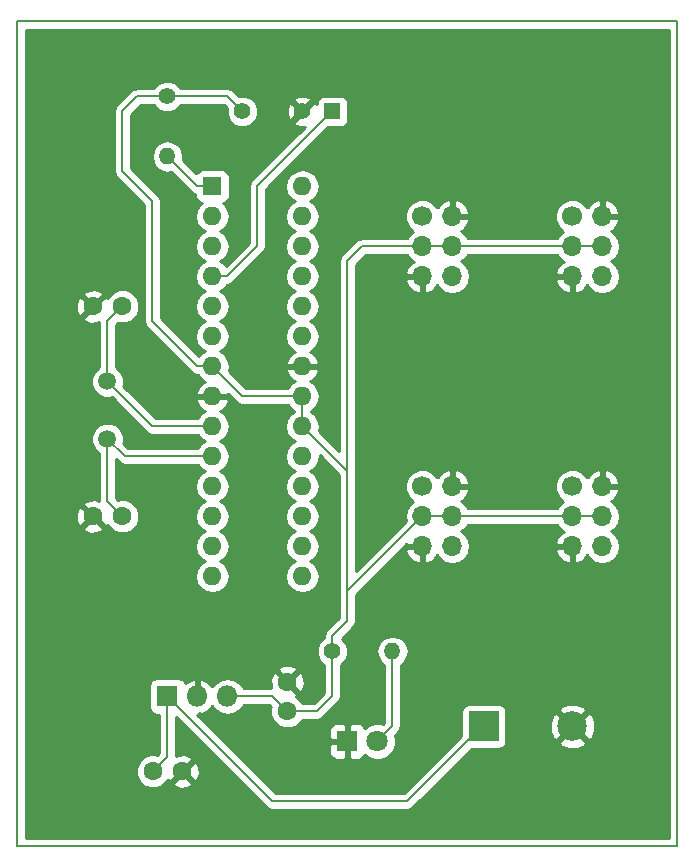
<source format=gbr>
%TF.GenerationSoftware,KiCad,Pcbnew,4.0.7*%
%TF.CreationDate,2018-07-21T22:05:15-04:00*%
%TF.ProjectId,arduino-ir-relay,61726475696E6F2D69722D72656C6179,rev?*%
%TF.FileFunction,Copper,L1,Top,Signal*%
%FSLAX46Y46*%
G04 Gerber Fmt 4.6, Leading zero omitted, Abs format (unit mm)*
G04 Created by KiCad (PCBNEW 4.0.7) date Sat Jul 21 22:05:15 2018*
%MOMM*%
%LPD*%
G01*
G04 APERTURE LIST*
%ADD10C,0.150000*%
%ADD11C,1.700000*%
%ADD12O,1.700000X1.700000*%
%ADD13R,1.400000X1.400000*%
%ADD14C,1.400000*%
%ADD15C,1.600000*%
%ADD16C,1.500000*%
%ADD17R,1.800000X1.800000*%
%ADD18C,1.800000*%
%ADD19O,1.400000X1.400000*%
%ADD20O,1.800000X1.800000*%
%ADD21R,2.500000X2.500000*%
%ADD22C,2.500000*%
%ADD23R,1.600000X1.600000*%
%ADD24O,1.600000X1.600000*%
%ADD25C,0.152400*%
%ADD26C,0.254000*%
G04 APERTURE END LIST*
D10*
X64770000Y-50800000D02*
X63500000Y-50800000D01*
X119380000Y-50800000D02*
X64770000Y-50800000D01*
X119380000Y-120650000D02*
X119380000Y-50800000D01*
X63500000Y-120650000D02*
X119380000Y-120650000D01*
X63500000Y-50800000D02*
X63500000Y-120650000D01*
D11*
X110490000Y-90170000D03*
D12*
X113030000Y-90170000D03*
X110490000Y-92710000D03*
X113030000Y-92710000D03*
X110490000Y-95250000D03*
X113030000Y-95250000D03*
D13*
X90170000Y-58420000D03*
D14*
X87630000Y-58420000D03*
X82550000Y-58420000D03*
D15*
X74970000Y-114300000D03*
X77470000Y-114300000D03*
X86360000Y-109220000D03*
X86360000Y-106720000D03*
X72390000Y-74930000D03*
X69890000Y-74930000D03*
X72390000Y-92710000D03*
X69890000Y-92710000D03*
D16*
X71120000Y-86160000D03*
X71120000Y-81280000D03*
D17*
X91440000Y-111760000D03*
D18*
X93980000Y-111760000D03*
D14*
X90170000Y-104140000D03*
D19*
X95250000Y-104140000D03*
D14*
X76200000Y-57150000D03*
D19*
X76200000Y-62230000D03*
D17*
X76200000Y-107950000D03*
D20*
X78740000Y-107950000D03*
X81280000Y-107950000D03*
D21*
X102990000Y-110490000D03*
D22*
X110490000Y-110490000D03*
D11*
X110490000Y-67310000D03*
D12*
X113030000Y-67310000D03*
X110490000Y-69850000D03*
X113030000Y-69850000D03*
X110490000Y-72390000D03*
X113030000Y-72390000D03*
D11*
X97790000Y-67310000D03*
D12*
X100330000Y-67310000D03*
X97790000Y-69850000D03*
X100330000Y-69850000D03*
X97790000Y-72390000D03*
X100330000Y-72390000D03*
D11*
X97790000Y-90170000D03*
D12*
X100330000Y-90170000D03*
X97790000Y-92710000D03*
X100330000Y-92710000D03*
X97790000Y-95250000D03*
X100330000Y-95250000D03*
D23*
X80010000Y-64770000D03*
D24*
X87630000Y-97790000D03*
X80010000Y-67310000D03*
X87630000Y-95250000D03*
X80010000Y-69850000D03*
X87630000Y-92710000D03*
X80010000Y-72390000D03*
X87630000Y-90170000D03*
X80010000Y-74930000D03*
X87630000Y-87630000D03*
X80010000Y-77470000D03*
X87630000Y-85090000D03*
X80010000Y-80010000D03*
X87630000Y-82550000D03*
X80010000Y-82550000D03*
X87630000Y-80010000D03*
X80010000Y-85090000D03*
X87630000Y-77470000D03*
X80010000Y-87630000D03*
X87630000Y-74930000D03*
X80010000Y-90170000D03*
X87630000Y-72390000D03*
X80010000Y-92710000D03*
X87630000Y-69850000D03*
X80010000Y-95250000D03*
X87630000Y-67310000D03*
X80010000Y-97790000D03*
X87630000Y-64770000D03*
D25*
X91440000Y-101600000D02*
X91440000Y-99060000D01*
X90170000Y-102870000D02*
X91440000Y-101600000D01*
X90170000Y-104140000D02*
X90170000Y-102870000D01*
X80010000Y-80010000D02*
X78740000Y-80010000D01*
X73660000Y-57150000D02*
X76200000Y-57150000D01*
X72390000Y-58420000D02*
X73660000Y-57150000D01*
X72390000Y-63500000D02*
X72390000Y-58420000D01*
X74930000Y-66040000D02*
X72390000Y-63500000D01*
X74930000Y-76200000D02*
X74930000Y-66040000D01*
X78740000Y-80010000D02*
X74930000Y-76200000D01*
X76200000Y-57150000D02*
X81280000Y-57150000D01*
X81280000Y-57150000D02*
X82550000Y-58420000D01*
X87630000Y-82550000D02*
X82550000Y-82550000D01*
X82550000Y-82550000D02*
X80010000Y-80010000D01*
X97790000Y-69850000D02*
X92710000Y-69850000D01*
X91440000Y-71120000D02*
X91440000Y-88900000D01*
X92710000Y-69850000D02*
X91440000Y-71120000D01*
X91440000Y-99060000D02*
X91440000Y-88900000D01*
X91440000Y-88900000D02*
X87630000Y-85090000D01*
X87630000Y-85090000D02*
X87630000Y-82550000D01*
X91440000Y-99060000D02*
X97790000Y-92710000D01*
X86360000Y-109220000D02*
X88900000Y-109220000D01*
X90170000Y-107950000D02*
X90170000Y-104140000D01*
X88900000Y-109220000D02*
X90170000Y-107950000D01*
X81280000Y-107950000D02*
X85090000Y-107950000D01*
X85090000Y-107950000D02*
X86360000Y-109220000D01*
X113030000Y-92710000D02*
X110490000Y-92710000D01*
X110490000Y-92710000D02*
X100330000Y-92710000D01*
X100330000Y-92710000D02*
X97790000Y-92710000D01*
X113030000Y-69850000D02*
X110490000Y-69850000D01*
X110490000Y-69850000D02*
X100330000Y-69850000D01*
X100330000Y-69850000D02*
X97790000Y-69850000D01*
X80010000Y-64770000D02*
X78740000Y-64770000D01*
X78740000Y-64770000D02*
X76200000Y-62230000D01*
X80010000Y-85090000D02*
X74930000Y-85090000D01*
X74930000Y-85090000D02*
X71120000Y-81280000D01*
X71120000Y-81280000D02*
X71120000Y-76200000D01*
X71120000Y-76200000D02*
X72390000Y-74930000D01*
X80010000Y-87630000D02*
X72590000Y-87630000D01*
X72590000Y-87630000D02*
X71120000Y-86160000D01*
X71120000Y-86160000D02*
X71120000Y-91440000D01*
X71120000Y-91440000D02*
X72390000Y-92710000D01*
X95250000Y-104140000D02*
X95250000Y-110490000D01*
X95250000Y-110490000D02*
X93980000Y-111760000D01*
X102990000Y-110490000D02*
X102870000Y-110490000D01*
X102870000Y-110490000D02*
X96520000Y-116840000D01*
X96520000Y-116840000D02*
X85090000Y-116840000D01*
X85090000Y-116840000D02*
X76200000Y-107950000D01*
X76200000Y-107950000D02*
X76200000Y-113070000D01*
X76200000Y-113070000D02*
X74970000Y-114300000D01*
X90170000Y-58420000D02*
X83820000Y-64770000D01*
X81280000Y-72390000D02*
X80010000Y-72390000D01*
X83820000Y-69850000D02*
X81280000Y-72390000D01*
X83820000Y-64770000D02*
X83820000Y-69850000D01*
D26*
G36*
X118670000Y-119940000D02*
X64210000Y-119940000D01*
X64210000Y-105712255D01*
X85531861Y-105712255D01*
X86360000Y-106540395D01*
X87188139Y-105712255D01*
X87114005Y-105466136D01*
X86576777Y-105273035D01*
X86006546Y-105300222D01*
X85605995Y-105466136D01*
X85531861Y-105712255D01*
X64210000Y-105712255D01*
X64210000Y-93717745D01*
X69061861Y-93717745D01*
X69135995Y-93963864D01*
X69673223Y-94156965D01*
X70243454Y-94129778D01*
X70644005Y-93963864D01*
X70718139Y-93717745D01*
X69890000Y-92889605D01*
X69061861Y-93717745D01*
X64210000Y-93717745D01*
X64210000Y-92493223D01*
X68443035Y-92493223D01*
X68470222Y-93063454D01*
X68636136Y-93464005D01*
X68882255Y-93538139D01*
X69710395Y-92710000D01*
X68882255Y-91881861D01*
X68636136Y-91955995D01*
X68443035Y-92493223D01*
X64210000Y-92493223D01*
X64210000Y-75937745D01*
X69061861Y-75937745D01*
X69135995Y-76183864D01*
X69673223Y-76376965D01*
X70243454Y-76349778D01*
X70408800Y-76281289D01*
X70408800Y-80075289D01*
X70336485Y-80105169D01*
X69946539Y-80494436D01*
X69735241Y-81003298D01*
X69734760Y-81554285D01*
X69945169Y-82063515D01*
X70334436Y-82453461D01*
X70843298Y-82664759D01*
X71394285Y-82665240D01*
X71468703Y-82634491D01*
X74427106Y-85592895D01*
X74657836Y-85747063D01*
X74930000Y-85801200D01*
X78764398Y-85801200D01*
X78967189Y-86104698D01*
X79349275Y-86360000D01*
X78967189Y-86615302D01*
X78764398Y-86918800D01*
X72884588Y-86918800D01*
X72474753Y-86508965D01*
X72504759Y-86436702D01*
X72505240Y-85885715D01*
X72294831Y-85376485D01*
X71905564Y-84986539D01*
X71396702Y-84775241D01*
X70845715Y-84774760D01*
X70336485Y-84985169D01*
X69946539Y-85374436D01*
X69735241Y-85883298D01*
X69734760Y-86434285D01*
X69945169Y-86943515D01*
X70334436Y-87333461D01*
X70408800Y-87364340D01*
X70408800Y-91371594D01*
X70106777Y-91263035D01*
X69536546Y-91290222D01*
X69135995Y-91456136D01*
X69061861Y-91702255D01*
X69890000Y-92530395D01*
X69904143Y-92516253D01*
X70083748Y-92695858D01*
X70069605Y-92710000D01*
X70897745Y-93538139D01*
X71143864Y-93464005D01*
X71146196Y-93457517D01*
X71172757Y-93521800D01*
X71576077Y-93925824D01*
X72103309Y-94144750D01*
X72674187Y-94145248D01*
X73201800Y-93927243D01*
X73605824Y-93523923D01*
X73824750Y-92996691D01*
X73825248Y-92425813D01*
X73607243Y-91898200D01*
X73203923Y-91494176D01*
X72676691Y-91275250D01*
X72105813Y-91274752D01*
X72003015Y-91317227D01*
X71831200Y-91145412D01*
X71831200Y-87876988D01*
X72087106Y-88132894D01*
X72317835Y-88287063D01*
X72590000Y-88341200D01*
X78764398Y-88341200D01*
X78967189Y-88644698D01*
X79349275Y-88900000D01*
X78967189Y-89155302D01*
X78656120Y-89620849D01*
X78546887Y-90170000D01*
X78656120Y-90719151D01*
X78967189Y-91184698D01*
X79349275Y-91440000D01*
X78967189Y-91695302D01*
X78656120Y-92160849D01*
X78546887Y-92710000D01*
X78656120Y-93259151D01*
X78967189Y-93724698D01*
X79349275Y-93980000D01*
X78967189Y-94235302D01*
X78656120Y-94700849D01*
X78546887Y-95250000D01*
X78656120Y-95799151D01*
X78967189Y-96264698D01*
X79349275Y-96520000D01*
X78967189Y-96775302D01*
X78656120Y-97240849D01*
X78546887Y-97790000D01*
X78656120Y-98339151D01*
X78967189Y-98804698D01*
X79432736Y-99115767D01*
X79981887Y-99225000D01*
X80038113Y-99225000D01*
X80587264Y-99115767D01*
X81052811Y-98804698D01*
X81363880Y-98339151D01*
X81473113Y-97790000D01*
X81363880Y-97240849D01*
X81052811Y-96775302D01*
X80670725Y-96520000D01*
X81052811Y-96264698D01*
X81363880Y-95799151D01*
X81473113Y-95250000D01*
X81363880Y-94700849D01*
X81052811Y-94235302D01*
X80670725Y-93980000D01*
X81052811Y-93724698D01*
X81363880Y-93259151D01*
X81473113Y-92710000D01*
X81363880Y-92160849D01*
X81052811Y-91695302D01*
X80670725Y-91440000D01*
X81052811Y-91184698D01*
X81363880Y-90719151D01*
X81473113Y-90170000D01*
X81363880Y-89620849D01*
X81052811Y-89155302D01*
X80670725Y-88900000D01*
X81052811Y-88644698D01*
X81363880Y-88179151D01*
X81473113Y-87630000D01*
X81363880Y-87080849D01*
X81052811Y-86615302D01*
X80670725Y-86360000D01*
X81052811Y-86104698D01*
X81363880Y-85639151D01*
X81473113Y-85090000D01*
X81363880Y-84540849D01*
X81052811Y-84075302D01*
X80648297Y-83805014D01*
X80865134Y-83702389D01*
X81241041Y-83287423D01*
X81401904Y-82899039D01*
X81279915Y-82677000D01*
X80137000Y-82677000D01*
X80137000Y-82697000D01*
X79883000Y-82697000D01*
X79883000Y-82677000D01*
X78740085Y-82677000D01*
X78618096Y-82899039D01*
X78778959Y-83287423D01*
X79154866Y-83702389D01*
X79371703Y-83805014D01*
X78967189Y-84075302D01*
X78764398Y-84378800D01*
X75224589Y-84378800D01*
X72474753Y-81628965D01*
X72504759Y-81556702D01*
X72505240Y-81005715D01*
X72294831Y-80496485D01*
X71905564Y-80106539D01*
X71831200Y-80075660D01*
X71831200Y-76494588D01*
X72002781Y-76323007D01*
X72103309Y-76364750D01*
X72674187Y-76365248D01*
X73201800Y-76147243D01*
X73605824Y-75743923D01*
X73824750Y-75216691D01*
X73825248Y-74645813D01*
X73607243Y-74118200D01*
X73203923Y-73714176D01*
X72676691Y-73495250D01*
X72105813Y-73494752D01*
X71578200Y-73712757D01*
X71174176Y-74116077D01*
X71146577Y-74182544D01*
X71143864Y-74175995D01*
X70897745Y-74101861D01*
X70069605Y-74930000D01*
X70083748Y-74944142D01*
X69904143Y-75123748D01*
X69890000Y-75109605D01*
X69061861Y-75937745D01*
X64210000Y-75937745D01*
X64210000Y-74713223D01*
X68443035Y-74713223D01*
X68470222Y-75283454D01*
X68636136Y-75684005D01*
X68882255Y-75758139D01*
X69710395Y-74930000D01*
X68882255Y-74101861D01*
X68636136Y-74175995D01*
X68443035Y-74713223D01*
X64210000Y-74713223D01*
X64210000Y-73922255D01*
X69061861Y-73922255D01*
X69890000Y-74750395D01*
X70718139Y-73922255D01*
X70644005Y-73676136D01*
X70106777Y-73483035D01*
X69536546Y-73510222D01*
X69135995Y-73676136D01*
X69061861Y-73922255D01*
X64210000Y-73922255D01*
X64210000Y-58420000D01*
X71678800Y-58420000D01*
X71678800Y-63500000D01*
X71732937Y-63772165D01*
X71887106Y-64002894D01*
X74218800Y-66334589D01*
X74218800Y-76200000D01*
X74272937Y-76472165D01*
X74427106Y-76702894D01*
X78237106Y-80512895D01*
X78467836Y-80667063D01*
X78740000Y-80721200D01*
X78764398Y-80721200D01*
X78967189Y-81024698D01*
X79371703Y-81294986D01*
X79154866Y-81397611D01*
X78778959Y-81812577D01*
X78618096Y-82200961D01*
X78740085Y-82423000D01*
X79883000Y-82423000D01*
X79883000Y-82403000D01*
X80137000Y-82403000D01*
X80137000Y-82423000D01*
X81279915Y-82423000D01*
X81328599Y-82334388D01*
X82047105Y-83052894D01*
X82116334Y-83099151D01*
X82277836Y-83207063D01*
X82550000Y-83261200D01*
X86384398Y-83261200D01*
X86587189Y-83564698D01*
X86918800Y-83786274D01*
X86918800Y-83853726D01*
X86587189Y-84075302D01*
X86276120Y-84540849D01*
X86166887Y-85090000D01*
X86276120Y-85639151D01*
X86587189Y-86104698D01*
X86969275Y-86360000D01*
X86587189Y-86615302D01*
X86276120Y-87080849D01*
X86166887Y-87630000D01*
X86276120Y-88179151D01*
X86587189Y-88644698D01*
X86969275Y-88900000D01*
X86587189Y-89155302D01*
X86276120Y-89620849D01*
X86166887Y-90170000D01*
X86276120Y-90719151D01*
X86587189Y-91184698D01*
X86969275Y-91440000D01*
X86587189Y-91695302D01*
X86276120Y-92160849D01*
X86166887Y-92710000D01*
X86276120Y-93259151D01*
X86587189Y-93724698D01*
X86969275Y-93980000D01*
X86587189Y-94235302D01*
X86276120Y-94700849D01*
X86166887Y-95250000D01*
X86276120Y-95799151D01*
X86587189Y-96264698D01*
X86969275Y-96520000D01*
X86587189Y-96775302D01*
X86276120Y-97240849D01*
X86166887Y-97790000D01*
X86276120Y-98339151D01*
X86587189Y-98804698D01*
X87052736Y-99115767D01*
X87601887Y-99225000D01*
X87658113Y-99225000D01*
X88207264Y-99115767D01*
X88672811Y-98804698D01*
X88983880Y-98339151D01*
X89093113Y-97790000D01*
X88983880Y-97240849D01*
X88672811Y-96775302D01*
X88290725Y-96520000D01*
X88672811Y-96264698D01*
X88983880Y-95799151D01*
X89093113Y-95250000D01*
X88983880Y-94700849D01*
X88672811Y-94235302D01*
X88290725Y-93980000D01*
X88672811Y-93724698D01*
X88983880Y-93259151D01*
X89093113Y-92710000D01*
X88983880Y-92160849D01*
X88672811Y-91695302D01*
X88290725Y-91440000D01*
X88672811Y-91184698D01*
X88983880Y-90719151D01*
X89093113Y-90170000D01*
X88983880Y-89620849D01*
X88672811Y-89155302D01*
X88290725Y-88900000D01*
X88672811Y-88644698D01*
X88983880Y-88179151D01*
X89093113Y-87630000D01*
X89075459Y-87541248D01*
X90728800Y-89194589D01*
X90728800Y-101305411D01*
X89667106Y-102367106D01*
X89512937Y-102597835D01*
X89512937Y-102597836D01*
X89458800Y-102870000D01*
X89458800Y-102989390D01*
X89414771Y-103007582D01*
X89038902Y-103382796D01*
X88835232Y-103873287D01*
X88834769Y-104404383D01*
X89037582Y-104895229D01*
X89412796Y-105271098D01*
X89458800Y-105290201D01*
X89458800Y-107655411D01*
X88605412Y-108508800D01*
X87618810Y-108508800D01*
X87577243Y-108408200D01*
X87173923Y-108004176D01*
X87107456Y-107976577D01*
X87114005Y-107973864D01*
X87188139Y-107727745D01*
X86360000Y-106899605D01*
X86345858Y-106913748D01*
X86166253Y-106734143D01*
X86180395Y-106720000D01*
X86539605Y-106720000D01*
X87367745Y-107548139D01*
X87613864Y-107474005D01*
X87806965Y-106936777D01*
X87779778Y-106366546D01*
X87613864Y-105965995D01*
X87367745Y-105891861D01*
X86539605Y-106720000D01*
X86180395Y-106720000D01*
X85352255Y-105891861D01*
X85106136Y-105965995D01*
X84913035Y-106503223D01*
X84940222Y-107073454D01*
X85008711Y-107238800D01*
X82645519Y-107238800D01*
X82395481Y-106864591D01*
X81897491Y-106531845D01*
X81310072Y-106415000D01*
X81249928Y-106415000D01*
X80662509Y-106531845D01*
X80164519Y-106864591D01*
X80005499Y-107102582D01*
X79647576Y-106712034D01*
X79104742Y-106458954D01*
X78867000Y-106579003D01*
X78867000Y-107823000D01*
X78887000Y-107823000D01*
X78887000Y-108077000D01*
X78867000Y-108077000D01*
X78867000Y-108097000D01*
X78613000Y-108097000D01*
X78613000Y-108077000D01*
X78593000Y-108077000D01*
X78593000Y-107823000D01*
X78613000Y-107823000D01*
X78613000Y-106579003D01*
X78375258Y-106458954D01*
X77832424Y-106712034D01*
X77709156Y-106846538D01*
X77703162Y-106814683D01*
X77564090Y-106598559D01*
X77351890Y-106453569D01*
X77100000Y-106402560D01*
X75300000Y-106402560D01*
X75064683Y-106446838D01*
X74848559Y-106585910D01*
X74703569Y-106798110D01*
X74652560Y-107050000D01*
X74652560Y-108850000D01*
X74696838Y-109085317D01*
X74835910Y-109301441D01*
X75048110Y-109446431D01*
X75300000Y-109497440D01*
X75488800Y-109497440D01*
X75488800Y-112775411D01*
X75357219Y-112906993D01*
X75256691Y-112865250D01*
X74685813Y-112864752D01*
X74158200Y-113082757D01*
X73754176Y-113486077D01*
X73535250Y-114013309D01*
X73534752Y-114584187D01*
X73752757Y-115111800D01*
X74156077Y-115515824D01*
X74683309Y-115734750D01*
X75254187Y-115735248D01*
X75781800Y-115517243D01*
X75991663Y-115307745D01*
X76641861Y-115307745D01*
X76715995Y-115553864D01*
X77253223Y-115746965D01*
X77823454Y-115719778D01*
X78224005Y-115553864D01*
X78298139Y-115307745D01*
X77470000Y-114479605D01*
X76641861Y-115307745D01*
X75991663Y-115307745D01*
X76185824Y-115113923D01*
X76213423Y-115047456D01*
X76216136Y-115054005D01*
X76462255Y-115128139D01*
X77290395Y-114300000D01*
X77649605Y-114300000D01*
X78477745Y-115128139D01*
X78723864Y-115054005D01*
X78916965Y-114516777D01*
X78889778Y-113946546D01*
X78723864Y-113545995D01*
X78477745Y-113471861D01*
X77649605Y-114300000D01*
X77290395Y-114300000D01*
X77276253Y-114285858D01*
X77455858Y-114106252D01*
X77470000Y-114120395D01*
X78298139Y-113292255D01*
X78224005Y-113046136D01*
X77686777Y-112853035D01*
X77116546Y-112880222D01*
X76911200Y-112965279D01*
X76911200Y-109666988D01*
X84587106Y-117342895D01*
X84817836Y-117497063D01*
X85090000Y-117551200D01*
X96520000Y-117551200D01*
X96792165Y-117497063D01*
X97022894Y-117342894D01*
X101978348Y-112387440D01*
X104240000Y-112387440D01*
X104475317Y-112343162D01*
X104691441Y-112204090D01*
X104836431Y-111991890D01*
X104870567Y-111823320D01*
X109336285Y-111823320D01*
X109465533Y-112116123D01*
X110165806Y-112384388D01*
X110915435Y-112364250D01*
X111514467Y-112116123D01*
X111643715Y-111823320D01*
X110490000Y-110669605D01*
X109336285Y-111823320D01*
X104870567Y-111823320D01*
X104887440Y-111740000D01*
X104887440Y-110165806D01*
X108595612Y-110165806D01*
X108615750Y-110915435D01*
X108863877Y-111514467D01*
X109156680Y-111643715D01*
X110310395Y-110490000D01*
X110669605Y-110490000D01*
X111823320Y-111643715D01*
X112116123Y-111514467D01*
X112384388Y-110814194D01*
X112364250Y-110064565D01*
X112116123Y-109465533D01*
X111823320Y-109336285D01*
X110669605Y-110490000D01*
X110310395Y-110490000D01*
X109156680Y-109336285D01*
X108863877Y-109465533D01*
X108595612Y-110165806D01*
X104887440Y-110165806D01*
X104887440Y-109240000D01*
X104871763Y-109156680D01*
X109336285Y-109156680D01*
X110490000Y-110310395D01*
X111643715Y-109156680D01*
X111514467Y-108863877D01*
X110814194Y-108595612D01*
X110064565Y-108615750D01*
X109465533Y-108863877D01*
X109336285Y-109156680D01*
X104871763Y-109156680D01*
X104843162Y-109004683D01*
X104704090Y-108788559D01*
X104491890Y-108643569D01*
X104240000Y-108592560D01*
X101740000Y-108592560D01*
X101504683Y-108636838D01*
X101288559Y-108775910D01*
X101143569Y-108988110D01*
X101092560Y-109240000D01*
X101092560Y-111261652D01*
X96225412Y-116128800D01*
X85384589Y-116128800D01*
X81301539Y-112045750D01*
X89905000Y-112045750D01*
X89905000Y-112786310D01*
X90001673Y-113019699D01*
X90180302Y-113198327D01*
X90413691Y-113295000D01*
X91154250Y-113295000D01*
X91313000Y-113136250D01*
X91313000Y-111887000D01*
X90063750Y-111887000D01*
X89905000Y-112045750D01*
X81301539Y-112045750D01*
X79989479Y-110733690D01*
X89905000Y-110733690D01*
X89905000Y-111474250D01*
X90063750Y-111633000D01*
X91313000Y-111633000D01*
X91313000Y-110383750D01*
X91567000Y-110383750D01*
X91567000Y-111633000D01*
X91587000Y-111633000D01*
X91587000Y-111887000D01*
X91567000Y-111887000D01*
X91567000Y-113136250D01*
X91725750Y-113295000D01*
X92466309Y-113295000D01*
X92699698Y-113198327D01*
X92878327Y-113019699D01*
X92934119Y-112885006D01*
X93109357Y-113060551D01*
X93673330Y-113294733D01*
X94283991Y-113295265D01*
X94848371Y-113062068D01*
X95280551Y-112630643D01*
X95514733Y-112066670D01*
X95515265Y-111456009D01*
X95449337Y-111296452D01*
X95752894Y-110992895D01*
X95907063Y-110762165D01*
X95928429Y-110654750D01*
X95961200Y-110490000D01*
X95961200Y-105257007D01*
X96220142Y-105083988D01*
X96509533Y-104650882D01*
X96611154Y-104140000D01*
X96509533Y-103629118D01*
X96220142Y-103196012D01*
X95787036Y-102906621D01*
X95276154Y-102805000D01*
X95223846Y-102805000D01*
X94712964Y-102906621D01*
X94279858Y-103196012D01*
X93990467Y-103629118D01*
X93888846Y-104140000D01*
X93990467Y-104650882D01*
X94279858Y-105083988D01*
X94538800Y-105257007D01*
X94538800Y-110195411D01*
X94443728Y-110290483D01*
X94286670Y-110225267D01*
X93676009Y-110224735D01*
X93111629Y-110457932D01*
X92934159Y-110635092D01*
X92878327Y-110500301D01*
X92699698Y-110321673D01*
X92466309Y-110225000D01*
X91725750Y-110225000D01*
X91567000Y-110383750D01*
X91313000Y-110383750D01*
X91154250Y-110225000D01*
X90413691Y-110225000D01*
X90180302Y-110321673D01*
X90001673Y-110500301D01*
X89905000Y-110733690D01*
X79989479Y-110733690D01*
X78740788Y-109485000D01*
X78867002Y-109485000D01*
X78867002Y-109320998D01*
X79104742Y-109441046D01*
X79647576Y-109187966D01*
X80005499Y-108797418D01*
X80164519Y-109035409D01*
X80662509Y-109368155D01*
X81249928Y-109485000D01*
X81310072Y-109485000D01*
X81897491Y-109368155D01*
X82395481Y-109035409D01*
X82645519Y-108661200D01*
X84795412Y-108661200D01*
X84966993Y-108832781D01*
X84925250Y-108933309D01*
X84924752Y-109504187D01*
X85142757Y-110031800D01*
X85546077Y-110435824D01*
X86073309Y-110654750D01*
X86644187Y-110655248D01*
X87171800Y-110437243D01*
X87575824Y-110033923D01*
X87618478Y-109931200D01*
X88900000Y-109931200D01*
X89172165Y-109877063D01*
X89402894Y-109722894D01*
X90672894Y-108452895D01*
X90827063Y-108222165D01*
X90838043Y-108166965D01*
X90881200Y-107950000D01*
X90881200Y-105290610D01*
X90925229Y-105272418D01*
X91301098Y-104897204D01*
X91504768Y-104406713D01*
X91505231Y-103875617D01*
X91302418Y-103384771D01*
X90981997Y-103063791D01*
X91942894Y-102102895D01*
X92097063Y-101872165D01*
X92106045Y-101827010D01*
X92151200Y-101600000D01*
X92151200Y-99354588D01*
X95898898Y-95606890D01*
X96348524Y-95606890D01*
X96518355Y-96016924D01*
X96908642Y-96445183D01*
X97433108Y-96691486D01*
X97663000Y-96570819D01*
X97663000Y-95377000D01*
X96469845Y-95377000D01*
X96348524Y-95606890D01*
X95898898Y-95606890D01*
X96439772Y-95066016D01*
X96469845Y-95123000D01*
X97663000Y-95123000D01*
X97663000Y-95103000D01*
X97917000Y-95103000D01*
X97917000Y-95123000D01*
X97937000Y-95123000D01*
X97937000Y-95377000D01*
X97917000Y-95377000D01*
X97917000Y-96570819D01*
X98146892Y-96691486D01*
X98671358Y-96445183D01*
X99061645Y-96016924D01*
X99061655Y-96016899D01*
X99250853Y-96300054D01*
X99732622Y-96621961D01*
X100300907Y-96735000D01*
X100359093Y-96735000D01*
X100927378Y-96621961D01*
X101409147Y-96300054D01*
X101731054Y-95818285D01*
X101773103Y-95606890D01*
X109048524Y-95606890D01*
X109218355Y-96016924D01*
X109608642Y-96445183D01*
X110133108Y-96691486D01*
X110363000Y-96570819D01*
X110363000Y-95377000D01*
X109169845Y-95377000D01*
X109048524Y-95606890D01*
X101773103Y-95606890D01*
X101844093Y-95250000D01*
X101731054Y-94681715D01*
X101409147Y-94199946D01*
X101079974Y-93980000D01*
X101409147Y-93760054D01*
X101635561Y-93421200D01*
X109184439Y-93421200D01*
X109410853Y-93760054D01*
X109751553Y-93987702D01*
X109608642Y-94054817D01*
X109218355Y-94483076D01*
X109048524Y-94893110D01*
X109169845Y-95123000D01*
X110363000Y-95123000D01*
X110363000Y-95103000D01*
X110617000Y-95103000D01*
X110617000Y-95123000D01*
X110637000Y-95123000D01*
X110637000Y-95377000D01*
X110617000Y-95377000D01*
X110617000Y-96570819D01*
X110846892Y-96691486D01*
X111371358Y-96445183D01*
X111761645Y-96016924D01*
X111761655Y-96016899D01*
X111950853Y-96300054D01*
X112432622Y-96621961D01*
X113000907Y-96735000D01*
X113059093Y-96735000D01*
X113627378Y-96621961D01*
X114109147Y-96300054D01*
X114431054Y-95818285D01*
X114544093Y-95250000D01*
X114431054Y-94681715D01*
X114109147Y-94199946D01*
X113779974Y-93980000D01*
X114109147Y-93760054D01*
X114431054Y-93278285D01*
X114544093Y-92710000D01*
X114431054Y-92141715D01*
X114109147Y-91659946D01*
X113768447Y-91432298D01*
X113911358Y-91365183D01*
X114301645Y-90936924D01*
X114471476Y-90526890D01*
X114350155Y-90297000D01*
X113157000Y-90297000D01*
X113157000Y-90317000D01*
X112903000Y-90317000D01*
X112903000Y-90297000D01*
X112883000Y-90297000D01*
X112883000Y-90043000D01*
X112903000Y-90043000D01*
X112903000Y-88849181D01*
X113157000Y-88849181D01*
X113157000Y-90043000D01*
X114350155Y-90043000D01*
X114471476Y-89813110D01*
X114301645Y-89403076D01*
X113911358Y-88974817D01*
X113386892Y-88728514D01*
X113157000Y-88849181D01*
X112903000Y-88849181D01*
X112673108Y-88728514D01*
X112148642Y-88974817D01*
X111773169Y-89386820D01*
X111749656Y-89329914D01*
X111332283Y-88911812D01*
X110786681Y-88685258D01*
X110195911Y-88684743D01*
X109649914Y-88910344D01*
X109231812Y-89327717D01*
X109005258Y-89873319D01*
X109004743Y-90464089D01*
X109230344Y-91010086D01*
X109647717Y-91428188D01*
X109715550Y-91456355D01*
X109410853Y-91659946D01*
X109184439Y-91998800D01*
X101635561Y-91998800D01*
X101409147Y-91659946D01*
X101068447Y-91432298D01*
X101211358Y-91365183D01*
X101601645Y-90936924D01*
X101771476Y-90526890D01*
X101650155Y-90297000D01*
X100457000Y-90297000D01*
X100457000Y-90317000D01*
X100203000Y-90317000D01*
X100203000Y-90297000D01*
X100183000Y-90297000D01*
X100183000Y-90043000D01*
X100203000Y-90043000D01*
X100203000Y-88849181D01*
X100457000Y-88849181D01*
X100457000Y-90043000D01*
X101650155Y-90043000D01*
X101771476Y-89813110D01*
X101601645Y-89403076D01*
X101211358Y-88974817D01*
X100686892Y-88728514D01*
X100457000Y-88849181D01*
X100203000Y-88849181D01*
X99973108Y-88728514D01*
X99448642Y-88974817D01*
X99073169Y-89386820D01*
X99049656Y-89329914D01*
X98632283Y-88911812D01*
X98086681Y-88685258D01*
X97495911Y-88684743D01*
X96949914Y-88910344D01*
X96531812Y-89327717D01*
X96305258Y-89873319D01*
X96304743Y-90464089D01*
X96530344Y-91010086D01*
X96947717Y-91428188D01*
X97015550Y-91456355D01*
X96710853Y-91659946D01*
X96388946Y-92141715D01*
X96275907Y-92710000D01*
X96360240Y-93133972D01*
X92151200Y-97343012D01*
X92151200Y-72746890D01*
X96348524Y-72746890D01*
X96518355Y-73156924D01*
X96908642Y-73585183D01*
X97433108Y-73831486D01*
X97663000Y-73710819D01*
X97663000Y-72517000D01*
X96469845Y-72517000D01*
X96348524Y-72746890D01*
X92151200Y-72746890D01*
X92151200Y-71414588D01*
X93004589Y-70561200D01*
X96484439Y-70561200D01*
X96710853Y-70900054D01*
X97051553Y-71127702D01*
X96908642Y-71194817D01*
X96518355Y-71623076D01*
X96348524Y-72033110D01*
X96469845Y-72263000D01*
X97663000Y-72263000D01*
X97663000Y-72243000D01*
X97917000Y-72243000D01*
X97917000Y-72263000D01*
X97937000Y-72263000D01*
X97937000Y-72517000D01*
X97917000Y-72517000D01*
X97917000Y-73710819D01*
X98146892Y-73831486D01*
X98671358Y-73585183D01*
X99061645Y-73156924D01*
X99061655Y-73156899D01*
X99250853Y-73440054D01*
X99732622Y-73761961D01*
X100300907Y-73875000D01*
X100359093Y-73875000D01*
X100927378Y-73761961D01*
X101409147Y-73440054D01*
X101731054Y-72958285D01*
X101773103Y-72746890D01*
X109048524Y-72746890D01*
X109218355Y-73156924D01*
X109608642Y-73585183D01*
X110133108Y-73831486D01*
X110363000Y-73710819D01*
X110363000Y-72517000D01*
X109169845Y-72517000D01*
X109048524Y-72746890D01*
X101773103Y-72746890D01*
X101844093Y-72390000D01*
X101731054Y-71821715D01*
X101409147Y-71339946D01*
X101079974Y-71120000D01*
X101409147Y-70900054D01*
X101635561Y-70561200D01*
X109184439Y-70561200D01*
X109410853Y-70900054D01*
X109751553Y-71127702D01*
X109608642Y-71194817D01*
X109218355Y-71623076D01*
X109048524Y-72033110D01*
X109169845Y-72263000D01*
X110363000Y-72263000D01*
X110363000Y-72243000D01*
X110617000Y-72243000D01*
X110617000Y-72263000D01*
X110637000Y-72263000D01*
X110637000Y-72517000D01*
X110617000Y-72517000D01*
X110617000Y-73710819D01*
X110846892Y-73831486D01*
X111371358Y-73585183D01*
X111761645Y-73156924D01*
X111761655Y-73156899D01*
X111950853Y-73440054D01*
X112432622Y-73761961D01*
X113000907Y-73875000D01*
X113059093Y-73875000D01*
X113627378Y-73761961D01*
X114109147Y-73440054D01*
X114431054Y-72958285D01*
X114544093Y-72390000D01*
X114431054Y-71821715D01*
X114109147Y-71339946D01*
X113779974Y-71120000D01*
X114109147Y-70900054D01*
X114431054Y-70418285D01*
X114544093Y-69850000D01*
X114431054Y-69281715D01*
X114109147Y-68799946D01*
X113768447Y-68572298D01*
X113911358Y-68505183D01*
X114301645Y-68076924D01*
X114471476Y-67666890D01*
X114350155Y-67437000D01*
X113157000Y-67437000D01*
X113157000Y-67457000D01*
X112903000Y-67457000D01*
X112903000Y-67437000D01*
X112883000Y-67437000D01*
X112883000Y-67183000D01*
X112903000Y-67183000D01*
X112903000Y-65989181D01*
X113157000Y-65989181D01*
X113157000Y-67183000D01*
X114350155Y-67183000D01*
X114471476Y-66953110D01*
X114301645Y-66543076D01*
X113911358Y-66114817D01*
X113386892Y-65868514D01*
X113157000Y-65989181D01*
X112903000Y-65989181D01*
X112673108Y-65868514D01*
X112148642Y-66114817D01*
X111773169Y-66526820D01*
X111749656Y-66469914D01*
X111332283Y-66051812D01*
X110786681Y-65825258D01*
X110195911Y-65824743D01*
X109649914Y-66050344D01*
X109231812Y-66467717D01*
X109005258Y-67013319D01*
X109004743Y-67604089D01*
X109230344Y-68150086D01*
X109647717Y-68568188D01*
X109715550Y-68596355D01*
X109410853Y-68799946D01*
X109184439Y-69138800D01*
X101635561Y-69138800D01*
X101409147Y-68799946D01*
X101068447Y-68572298D01*
X101211358Y-68505183D01*
X101601645Y-68076924D01*
X101771476Y-67666890D01*
X101650155Y-67437000D01*
X100457000Y-67437000D01*
X100457000Y-67457000D01*
X100203000Y-67457000D01*
X100203000Y-67437000D01*
X100183000Y-67437000D01*
X100183000Y-67183000D01*
X100203000Y-67183000D01*
X100203000Y-65989181D01*
X100457000Y-65989181D01*
X100457000Y-67183000D01*
X101650155Y-67183000D01*
X101771476Y-66953110D01*
X101601645Y-66543076D01*
X101211358Y-66114817D01*
X100686892Y-65868514D01*
X100457000Y-65989181D01*
X100203000Y-65989181D01*
X99973108Y-65868514D01*
X99448642Y-66114817D01*
X99073169Y-66526820D01*
X99049656Y-66469914D01*
X98632283Y-66051812D01*
X98086681Y-65825258D01*
X97495911Y-65824743D01*
X96949914Y-66050344D01*
X96531812Y-66467717D01*
X96305258Y-67013319D01*
X96304743Y-67604089D01*
X96530344Y-68150086D01*
X96947717Y-68568188D01*
X97015550Y-68596355D01*
X96710853Y-68799946D01*
X96484439Y-69138800D01*
X92710000Y-69138800D01*
X92482990Y-69183955D01*
X92437835Y-69192937D01*
X92207105Y-69347106D01*
X90937106Y-70617106D01*
X90782937Y-70847835D01*
X90782937Y-70847836D01*
X90728800Y-71120000D01*
X90728800Y-87183011D01*
X89017238Y-85471450D01*
X89093113Y-85090000D01*
X88983880Y-84540849D01*
X88672811Y-84075302D01*
X88341200Y-83853726D01*
X88341200Y-83786274D01*
X88672811Y-83564698D01*
X88983880Y-83099151D01*
X89093113Y-82550000D01*
X88983880Y-82000849D01*
X88672811Y-81535302D01*
X88268297Y-81265014D01*
X88485134Y-81162389D01*
X88861041Y-80747423D01*
X89021904Y-80359039D01*
X88899915Y-80137000D01*
X87757000Y-80137000D01*
X87757000Y-80157000D01*
X87503000Y-80157000D01*
X87503000Y-80137000D01*
X86360085Y-80137000D01*
X86238096Y-80359039D01*
X86398959Y-80747423D01*
X86774866Y-81162389D01*
X86991703Y-81265014D01*
X86587189Y-81535302D01*
X86384398Y-81838800D01*
X82844589Y-81838800D01*
X81397238Y-80391450D01*
X81473113Y-80010000D01*
X81363880Y-79460849D01*
X81052811Y-78995302D01*
X80670725Y-78740000D01*
X81052811Y-78484698D01*
X81363880Y-78019151D01*
X81473113Y-77470000D01*
X81363880Y-76920849D01*
X81052811Y-76455302D01*
X80670725Y-76200000D01*
X81052811Y-75944698D01*
X81363880Y-75479151D01*
X81473113Y-74930000D01*
X81363880Y-74380849D01*
X81052811Y-73915302D01*
X80670725Y-73660000D01*
X81052811Y-73404698D01*
X81255602Y-73101200D01*
X81280000Y-73101200D01*
X81552165Y-73047063D01*
X81782894Y-72892894D01*
X84322894Y-70352895D01*
X84477062Y-70122165D01*
X84477063Y-70122164D01*
X84531200Y-69850000D01*
X84531200Y-65064588D01*
X84825788Y-64770000D01*
X86166887Y-64770000D01*
X86276120Y-65319151D01*
X86587189Y-65784698D01*
X86969275Y-66040000D01*
X86587189Y-66295302D01*
X86276120Y-66760849D01*
X86166887Y-67310000D01*
X86276120Y-67859151D01*
X86587189Y-68324698D01*
X86969275Y-68580000D01*
X86587189Y-68835302D01*
X86276120Y-69300849D01*
X86166887Y-69850000D01*
X86276120Y-70399151D01*
X86587189Y-70864698D01*
X86969275Y-71120000D01*
X86587189Y-71375302D01*
X86276120Y-71840849D01*
X86166887Y-72390000D01*
X86276120Y-72939151D01*
X86587189Y-73404698D01*
X86969275Y-73660000D01*
X86587189Y-73915302D01*
X86276120Y-74380849D01*
X86166887Y-74930000D01*
X86276120Y-75479151D01*
X86587189Y-75944698D01*
X86969275Y-76200000D01*
X86587189Y-76455302D01*
X86276120Y-76920849D01*
X86166887Y-77470000D01*
X86276120Y-78019151D01*
X86587189Y-78484698D01*
X86991703Y-78754986D01*
X86774866Y-78857611D01*
X86398959Y-79272577D01*
X86238096Y-79660961D01*
X86360085Y-79883000D01*
X87503000Y-79883000D01*
X87503000Y-79863000D01*
X87757000Y-79863000D01*
X87757000Y-79883000D01*
X88899915Y-79883000D01*
X89021904Y-79660961D01*
X88861041Y-79272577D01*
X88485134Y-78857611D01*
X88268297Y-78754986D01*
X88672811Y-78484698D01*
X88983880Y-78019151D01*
X89093113Y-77470000D01*
X88983880Y-76920849D01*
X88672811Y-76455302D01*
X88290725Y-76200000D01*
X88672811Y-75944698D01*
X88983880Y-75479151D01*
X89093113Y-74930000D01*
X88983880Y-74380849D01*
X88672811Y-73915302D01*
X88290725Y-73660000D01*
X88672811Y-73404698D01*
X88983880Y-72939151D01*
X89093113Y-72390000D01*
X88983880Y-71840849D01*
X88672811Y-71375302D01*
X88290725Y-71120000D01*
X88672811Y-70864698D01*
X88983880Y-70399151D01*
X89093113Y-69850000D01*
X88983880Y-69300849D01*
X88672811Y-68835302D01*
X88290725Y-68580000D01*
X88672811Y-68324698D01*
X88983880Y-67859151D01*
X89093113Y-67310000D01*
X88983880Y-66760849D01*
X88672811Y-66295302D01*
X88290725Y-66040000D01*
X88672811Y-65784698D01*
X88983880Y-65319151D01*
X89093113Y-64770000D01*
X88983880Y-64220849D01*
X88672811Y-63755302D01*
X88207264Y-63444233D01*
X87658113Y-63335000D01*
X87601887Y-63335000D01*
X87052736Y-63444233D01*
X86587189Y-63755302D01*
X86276120Y-64220849D01*
X86166887Y-64770000D01*
X84825788Y-64770000D01*
X89828348Y-59767440D01*
X90870000Y-59767440D01*
X91105317Y-59723162D01*
X91321441Y-59584090D01*
X91466431Y-59371890D01*
X91517440Y-59120000D01*
X91517440Y-57720000D01*
X91473162Y-57484683D01*
X91334090Y-57268559D01*
X91121890Y-57123569D01*
X90870000Y-57072560D01*
X89470000Y-57072560D01*
X89234683Y-57116838D01*
X89018559Y-57255910D01*
X88873569Y-57468110D01*
X88822560Y-57720000D01*
X88822560Y-57778118D01*
X88801042Y-57726169D01*
X88565275Y-57664331D01*
X87809605Y-58420000D01*
X87823748Y-58434142D01*
X87644142Y-58613748D01*
X87630000Y-58599605D01*
X86874331Y-59355275D01*
X86936169Y-59591042D01*
X87437122Y-59767419D01*
X87838560Y-59745652D01*
X83317106Y-64267106D01*
X83162937Y-64497835D01*
X83162937Y-64497836D01*
X83108800Y-64770000D01*
X83108800Y-69555411D01*
X81147379Y-71516833D01*
X81052811Y-71375302D01*
X80670725Y-71120000D01*
X81052811Y-70864698D01*
X81363880Y-70399151D01*
X81473113Y-69850000D01*
X81363880Y-69300849D01*
X81052811Y-68835302D01*
X80670725Y-68580000D01*
X81052811Y-68324698D01*
X81363880Y-67859151D01*
X81473113Y-67310000D01*
X81363880Y-66760849D01*
X81052811Y-66295302D01*
X80908535Y-66198899D01*
X81045317Y-66173162D01*
X81261441Y-66034090D01*
X81406431Y-65821890D01*
X81457440Y-65570000D01*
X81457440Y-63970000D01*
X81413162Y-63734683D01*
X81274090Y-63518559D01*
X81061890Y-63373569D01*
X80810000Y-63322560D01*
X79210000Y-63322560D01*
X78974683Y-63366838D01*
X78758559Y-63505910D01*
X78646176Y-63670388D01*
X77484719Y-62508931D01*
X77535000Y-62256154D01*
X77535000Y-62203846D01*
X77433379Y-61692964D01*
X77143988Y-61259858D01*
X76710882Y-60970467D01*
X76200000Y-60868846D01*
X75689118Y-60970467D01*
X75256012Y-61259858D01*
X74966621Y-61692964D01*
X74865000Y-62203846D01*
X74865000Y-62256154D01*
X74966621Y-62767036D01*
X75256012Y-63200142D01*
X75689118Y-63489533D01*
X76200000Y-63591154D01*
X76496407Y-63532195D01*
X78237105Y-65272894D01*
X78306334Y-65319151D01*
X78467836Y-65427063D01*
X78562560Y-65445905D01*
X78562560Y-65570000D01*
X78606838Y-65805317D01*
X78745910Y-66021441D01*
X78958110Y-66166431D01*
X79113089Y-66197815D01*
X78967189Y-66295302D01*
X78656120Y-66760849D01*
X78546887Y-67310000D01*
X78656120Y-67859151D01*
X78967189Y-68324698D01*
X79349275Y-68580000D01*
X78967189Y-68835302D01*
X78656120Y-69300849D01*
X78546887Y-69850000D01*
X78656120Y-70399151D01*
X78967189Y-70864698D01*
X79349275Y-71120000D01*
X78967189Y-71375302D01*
X78656120Y-71840849D01*
X78546887Y-72390000D01*
X78656120Y-72939151D01*
X78967189Y-73404698D01*
X79349275Y-73660000D01*
X78967189Y-73915302D01*
X78656120Y-74380849D01*
X78546887Y-74930000D01*
X78656120Y-75479151D01*
X78967189Y-75944698D01*
X79349275Y-76200000D01*
X78967189Y-76455302D01*
X78656120Y-76920849D01*
X78546887Y-77470000D01*
X78656120Y-78019151D01*
X78967189Y-78484698D01*
X79349275Y-78740000D01*
X78967189Y-78995302D01*
X78872621Y-79136832D01*
X75641200Y-75905412D01*
X75641200Y-66040000D01*
X75587063Y-65767836D01*
X75535906Y-65691274D01*
X75432894Y-65537105D01*
X73101200Y-63205412D01*
X73101200Y-58714588D01*
X73954589Y-57861200D01*
X75049390Y-57861200D01*
X75067582Y-57905229D01*
X75442796Y-58281098D01*
X75933287Y-58484768D01*
X76464383Y-58485231D01*
X76955229Y-58282418D01*
X77331098Y-57907204D01*
X77350201Y-57861200D01*
X80985412Y-57861200D01*
X81233501Y-58109290D01*
X81215232Y-58153287D01*
X81214769Y-58684383D01*
X81417582Y-59175229D01*
X81792796Y-59551098D01*
X82283287Y-59754768D01*
X82814383Y-59755231D01*
X83305229Y-59552418D01*
X83681098Y-59177204D01*
X83884768Y-58686713D01*
X83885168Y-58227122D01*
X86282581Y-58227122D01*
X86311336Y-58757440D01*
X86458958Y-59113831D01*
X86694725Y-59175669D01*
X87450395Y-58420000D01*
X86694725Y-57664331D01*
X86458958Y-57726169D01*
X86282581Y-58227122D01*
X83885168Y-58227122D01*
X83885231Y-58155617D01*
X83682418Y-57664771D01*
X83502686Y-57484725D01*
X86874331Y-57484725D01*
X87630000Y-58240395D01*
X88385669Y-57484725D01*
X88323831Y-57248958D01*
X87822878Y-57072581D01*
X87292560Y-57101336D01*
X86936169Y-57248958D01*
X86874331Y-57484725D01*
X83502686Y-57484725D01*
X83307204Y-57288902D01*
X82816713Y-57085232D01*
X82285617Y-57084769D01*
X82239580Y-57103791D01*
X81782894Y-56647106D01*
X81552165Y-56492937D01*
X81280000Y-56438800D01*
X77350610Y-56438800D01*
X77332418Y-56394771D01*
X76957204Y-56018902D01*
X76466713Y-55815232D01*
X75935617Y-55814769D01*
X75444771Y-56017582D01*
X75068902Y-56392796D01*
X75049799Y-56438800D01*
X73660000Y-56438800D01*
X73432990Y-56483955D01*
X73387835Y-56492937D01*
X73157105Y-56647106D01*
X71887106Y-57917106D01*
X71732937Y-58147835D01*
X71732937Y-58147836D01*
X71678800Y-58420000D01*
X64210000Y-58420000D01*
X64210000Y-51510000D01*
X118670000Y-51510000D01*
X118670000Y-119940000D01*
X118670000Y-119940000D01*
G37*
X118670000Y-119940000D02*
X64210000Y-119940000D01*
X64210000Y-105712255D01*
X85531861Y-105712255D01*
X86360000Y-106540395D01*
X87188139Y-105712255D01*
X87114005Y-105466136D01*
X86576777Y-105273035D01*
X86006546Y-105300222D01*
X85605995Y-105466136D01*
X85531861Y-105712255D01*
X64210000Y-105712255D01*
X64210000Y-93717745D01*
X69061861Y-93717745D01*
X69135995Y-93963864D01*
X69673223Y-94156965D01*
X70243454Y-94129778D01*
X70644005Y-93963864D01*
X70718139Y-93717745D01*
X69890000Y-92889605D01*
X69061861Y-93717745D01*
X64210000Y-93717745D01*
X64210000Y-92493223D01*
X68443035Y-92493223D01*
X68470222Y-93063454D01*
X68636136Y-93464005D01*
X68882255Y-93538139D01*
X69710395Y-92710000D01*
X68882255Y-91881861D01*
X68636136Y-91955995D01*
X68443035Y-92493223D01*
X64210000Y-92493223D01*
X64210000Y-75937745D01*
X69061861Y-75937745D01*
X69135995Y-76183864D01*
X69673223Y-76376965D01*
X70243454Y-76349778D01*
X70408800Y-76281289D01*
X70408800Y-80075289D01*
X70336485Y-80105169D01*
X69946539Y-80494436D01*
X69735241Y-81003298D01*
X69734760Y-81554285D01*
X69945169Y-82063515D01*
X70334436Y-82453461D01*
X70843298Y-82664759D01*
X71394285Y-82665240D01*
X71468703Y-82634491D01*
X74427106Y-85592895D01*
X74657836Y-85747063D01*
X74930000Y-85801200D01*
X78764398Y-85801200D01*
X78967189Y-86104698D01*
X79349275Y-86360000D01*
X78967189Y-86615302D01*
X78764398Y-86918800D01*
X72884588Y-86918800D01*
X72474753Y-86508965D01*
X72504759Y-86436702D01*
X72505240Y-85885715D01*
X72294831Y-85376485D01*
X71905564Y-84986539D01*
X71396702Y-84775241D01*
X70845715Y-84774760D01*
X70336485Y-84985169D01*
X69946539Y-85374436D01*
X69735241Y-85883298D01*
X69734760Y-86434285D01*
X69945169Y-86943515D01*
X70334436Y-87333461D01*
X70408800Y-87364340D01*
X70408800Y-91371594D01*
X70106777Y-91263035D01*
X69536546Y-91290222D01*
X69135995Y-91456136D01*
X69061861Y-91702255D01*
X69890000Y-92530395D01*
X69904143Y-92516253D01*
X70083748Y-92695858D01*
X70069605Y-92710000D01*
X70897745Y-93538139D01*
X71143864Y-93464005D01*
X71146196Y-93457517D01*
X71172757Y-93521800D01*
X71576077Y-93925824D01*
X72103309Y-94144750D01*
X72674187Y-94145248D01*
X73201800Y-93927243D01*
X73605824Y-93523923D01*
X73824750Y-92996691D01*
X73825248Y-92425813D01*
X73607243Y-91898200D01*
X73203923Y-91494176D01*
X72676691Y-91275250D01*
X72105813Y-91274752D01*
X72003015Y-91317227D01*
X71831200Y-91145412D01*
X71831200Y-87876988D01*
X72087106Y-88132894D01*
X72317835Y-88287063D01*
X72590000Y-88341200D01*
X78764398Y-88341200D01*
X78967189Y-88644698D01*
X79349275Y-88900000D01*
X78967189Y-89155302D01*
X78656120Y-89620849D01*
X78546887Y-90170000D01*
X78656120Y-90719151D01*
X78967189Y-91184698D01*
X79349275Y-91440000D01*
X78967189Y-91695302D01*
X78656120Y-92160849D01*
X78546887Y-92710000D01*
X78656120Y-93259151D01*
X78967189Y-93724698D01*
X79349275Y-93980000D01*
X78967189Y-94235302D01*
X78656120Y-94700849D01*
X78546887Y-95250000D01*
X78656120Y-95799151D01*
X78967189Y-96264698D01*
X79349275Y-96520000D01*
X78967189Y-96775302D01*
X78656120Y-97240849D01*
X78546887Y-97790000D01*
X78656120Y-98339151D01*
X78967189Y-98804698D01*
X79432736Y-99115767D01*
X79981887Y-99225000D01*
X80038113Y-99225000D01*
X80587264Y-99115767D01*
X81052811Y-98804698D01*
X81363880Y-98339151D01*
X81473113Y-97790000D01*
X81363880Y-97240849D01*
X81052811Y-96775302D01*
X80670725Y-96520000D01*
X81052811Y-96264698D01*
X81363880Y-95799151D01*
X81473113Y-95250000D01*
X81363880Y-94700849D01*
X81052811Y-94235302D01*
X80670725Y-93980000D01*
X81052811Y-93724698D01*
X81363880Y-93259151D01*
X81473113Y-92710000D01*
X81363880Y-92160849D01*
X81052811Y-91695302D01*
X80670725Y-91440000D01*
X81052811Y-91184698D01*
X81363880Y-90719151D01*
X81473113Y-90170000D01*
X81363880Y-89620849D01*
X81052811Y-89155302D01*
X80670725Y-88900000D01*
X81052811Y-88644698D01*
X81363880Y-88179151D01*
X81473113Y-87630000D01*
X81363880Y-87080849D01*
X81052811Y-86615302D01*
X80670725Y-86360000D01*
X81052811Y-86104698D01*
X81363880Y-85639151D01*
X81473113Y-85090000D01*
X81363880Y-84540849D01*
X81052811Y-84075302D01*
X80648297Y-83805014D01*
X80865134Y-83702389D01*
X81241041Y-83287423D01*
X81401904Y-82899039D01*
X81279915Y-82677000D01*
X80137000Y-82677000D01*
X80137000Y-82697000D01*
X79883000Y-82697000D01*
X79883000Y-82677000D01*
X78740085Y-82677000D01*
X78618096Y-82899039D01*
X78778959Y-83287423D01*
X79154866Y-83702389D01*
X79371703Y-83805014D01*
X78967189Y-84075302D01*
X78764398Y-84378800D01*
X75224589Y-84378800D01*
X72474753Y-81628965D01*
X72504759Y-81556702D01*
X72505240Y-81005715D01*
X72294831Y-80496485D01*
X71905564Y-80106539D01*
X71831200Y-80075660D01*
X71831200Y-76494588D01*
X72002781Y-76323007D01*
X72103309Y-76364750D01*
X72674187Y-76365248D01*
X73201800Y-76147243D01*
X73605824Y-75743923D01*
X73824750Y-75216691D01*
X73825248Y-74645813D01*
X73607243Y-74118200D01*
X73203923Y-73714176D01*
X72676691Y-73495250D01*
X72105813Y-73494752D01*
X71578200Y-73712757D01*
X71174176Y-74116077D01*
X71146577Y-74182544D01*
X71143864Y-74175995D01*
X70897745Y-74101861D01*
X70069605Y-74930000D01*
X70083748Y-74944142D01*
X69904143Y-75123748D01*
X69890000Y-75109605D01*
X69061861Y-75937745D01*
X64210000Y-75937745D01*
X64210000Y-74713223D01*
X68443035Y-74713223D01*
X68470222Y-75283454D01*
X68636136Y-75684005D01*
X68882255Y-75758139D01*
X69710395Y-74930000D01*
X68882255Y-74101861D01*
X68636136Y-74175995D01*
X68443035Y-74713223D01*
X64210000Y-74713223D01*
X64210000Y-73922255D01*
X69061861Y-73922255D01*
X69890000Y-74750395D01*
X70718139Y-73922255D01*
X70644005Y-73676136D01*
X70106777Y-73483035D01*
X69536546Y-73510222D01*
X69135995Y-73676136D01*
X69061861Y-73922255D01*
X64210000Y-73922255D01*
X64210000Y-58420000D01*
X71678800Y-58420000D01*
X71678800Y-63500000D01*
X71732937Y-63772165D01*
X71887106Y-64002894D01*
X74218800Y-66334589D01*
X74218800Y-76200000D01*
X74272937Y-76472165D01*
X74427106Y-76702894D01*
X78237106Y-80512895D01*
X78467836Y-80667063D01*
X78740000Y-80721200D01*
X78764398Y-80721200D01*
X78967189Y-81024698D01*
X79371703Y-81294986D01*
X79154866Y-81397611D01*
X78778959Y-81812577D01*
X78618096Y-82200961D01*
X78740085Y-82423000D01*
X79883000Y-82423000D01*
X79883000Y-82403000D01*
X80137000Y-82403000D01*
X80137000Y-82423000D01*
X81279915Y-82423000D01*
X81328599Y-82334388D01*
X82047105Y-83052894D01*
X82116334Y-83099151D01*
X82277836Y-83207063D01*
X82550000Y-83261200D01*
X86384398Y-83261200D01*
X86587189Y-83564698D01*
X86918800Y-83786274D01*
X86918800Y-83853726D01*
X86587189Y-84075302D01*
X86276120Y-84540849D01*
X86166887Y-85090000D01*
X86276120Y-85639151D01*
X86587189Y-86104698D01*
X86969275Y-86360000D01*
X86587189Y-86615302D01*
X86276120Y-87080849D01*
X86166887Y-87630000D01*
X86276120Y-88179151D01*
X86587189Y-88644698D01*
X86969275Y-88900000D01*
X86587189Y-89155302D01*
X86276120Y-89620849D01*
X86166887Y-90170000D01*
X86276120Y-90719151D01*
X86587189Y-91184698D01*
X86969275Y-91440000D01*
X86587189Y-91695302D01*
X86276120Y-92160849D01*
X86166887Y-92710000D01*
X86276120Y-93259151D01*
X86587189Y-93724698D01*
X86969275Y-93980000D01*
X86587189Y-94235302D01*
X86276120Y-94700849D01*
X86166887Y-95250000D01*
X86276120Y-95799151D01*
X86587189Y-96264698D01*
X86969275Y-96520000D01*
X86587189Y-96775302D01*
X86276120Y-97240849D01*
X86166887Y-97790000D01*
X86276120Y-98339151D01*
X86587189Y-98804698D01*
X87052736Y-99115767D01*
X87601887Y-99225000D01*
X87658113Y-99225000D01*
X88207264Y-99115767D01*
X88672811Y-98804698D01*
X88983880Y-98339151D01*
X89093113Y-97790000D01*
X88983880Y-97240849D01*
X88672811Y-96775302D01*
X88290725Y-96520000D01*
X88672811Y-96264698D01*
X88983880Y-95799151D01*
X89093113Y-95250000D01*
X88983880Y-94700849D01*
X88672811Y-94235302D01*
X88290725Y-93980000D01*
X88672811Y-93724698D01*
X88983880Y-93259151D01*
X89093113Y-92710000D01*
X88983880Y-92160849D01*
X88672811Y-91695302D01*
X88290725Y-91440000D01*
X88672811Y-91184698D01*
X88983880Y-90719151D01*
X89093113Y-90170000D01*
X88983880Y-89620849D01*
X88672811Y-89155302D01*
X88290725Y-88900000D01*
X88672811Y-88644698D01*
X88983880Y-88179151D01*
X89093113Y-87630000D01*
X89075459Y-87541248D01*
X90728800Y-89194589D01*
X90728800Y-101305411D01*
X89667106Y-102367106D01*
X89512937Y-102597835D01*
X89512937Y-102597836D01*
X89458800Y-102870000D01*
X89458800Y-102989390D01*
X89414771Y-103007582D01*
X89038902Y-103382796D01*
X88835232Y-103873287D01*
X88834769Y-104404383D01*
X89037582Y-104895229D01*
X89412796Y-105271098D01*
X89458800Y-105290201D01*
X89458800Y-107655411D01*
X88605412Y-108508800D01*
X87618810Y-108508800D01*
X87577243Y-108408200D01*
X87173923Y-108004176D01*
X87107456Y-107976577D01*
X87114005Y-107973864D01*
X87188139Y-107727745D01*
X86360000Y-106899605D01*
X86345858Y-106913748D01*
X86166253Y-106734143D01*
X86180395Y-106720000D01*
X86539605Y-106720000D01*
X87367745Y-107548139D01*
X87613864Y-107474005D01*
X87806965Y-106936777D01*
X87779778Y-106366546D01*
X87613864Y-105965995D01*
X87367745Y-105891861D01*
X86539605Y-106720000D01*
X86180395Y-106720000D01*
X85352255Y-105891861D01*
X85106136Y-105965995D01*
X84913035Y-106503223D01*
X84940222Y-107073454D01*
X85008711Y-107238800D01*
X82645519Y-107238800D01*
X82395481Y-106864591D01*
X81897491Y-106531845D01*
X81310072Y-106415000D01*
X81249928Y-106415000D01*
X80662509Y-106531845D01*
X80164519Y-106864591D01*
X80005499Y-107102582D01*
X79647576Y-106712034D01*
X79104742Y-106458954D01*
X78867000Y-106579003D01*
X78867000Y-107823000D01*
X78887000Y-107823000D01*
X78887000Y-108077000D01*
X78867000Y-108077000D01*
X78867000Y-108097000D01*
X78613000Y-108097000D01*
X78613000Y-108077000D01*
X78593000Y-108077000D01*
X78593000Y-107823000D01*
X78613000Y-107823000D01*
X78613000Y-106579003D01*
X78375258Y-106458954D01*
X77832424Y-106712034D01*
X77709156Y-106846538D01*
X77703162Y-106814683D01*
X77564090Y-106598559D01*
X77351890Y-106453569D01*
X77100000Y-106402560D01*
X75300000Y-106402560D01*
X75064683Y-106446838D01*
X74848559Y-106585910D01*
X74703569Y-106798110D01*
X74652560Y-107050000D01*
X74652560Y-108850000D01*
X74696838Y-109085317D01*
X74835910Y-109301441D01*
X75048110Y-109446431D01*
X75300000Y-109497440D01*
X75488800Y-109497440D01*
X75488800Y-112775411D01*
X75357219Y-112906993D01*
X75256691Y-112865250D01*
X74685813Y-112864752D01*
X74158200Y-113082757D01*
X73754176Y-113486077D01*
X73535250Y-114013309D01*
X73534752Y-114584187D01*
X73752757Y-115111800D01*
X74156077Y-115515824D01*
X74683309Y-115734750D01*
X75254187Y-115735248D01*
X75781800Y-115517243D01*
X75991663Y-115307745D01*
X76641861Y-115307745D01*
X76715995Y-115553864D01*
X77253223Y-115746965D01*
X77823454Y-115719778D01*
X78224005Y-115553864D01*
X78298139Y-115307745D01*
X77470000Y-114479605D01*
X76641861Y-115307745D01*
X75991663Y-115307745D01*
X76185824Y-115113923D01*
X76213423Y-115047456D01*
X76216136Y-115054005D01*
X76462255Y-115128139D01*
X77290395Y-114300000D01*
X77649605Y-114300000D01*
X78477745Y-115128139D01*
X78723864Y-115054005D01*
X78916965Y-114516777D01*
X78889778Y-113946546D01*
X78723864Y-113545995D01*
X78477745Y-113471861D01*
X77649605Y-114300000D01*
X77290395Y-114300000D01*
X77276253Y-114285858D01*
X77455858Y-114106252D01*
X77470000Y-114120395D01*
X78298139Y-113292255D01*
X78224005Y-113046136D01*
X77686777Y-112853035D01*
X77116546Y-112880222D01*
X76911200Y-112965279D01*
X76911200Y-109666988D01*
X84587106Y-117342895D01*
X84817836Y-117497063D01*
X85090000Y-117551200D01*
X96520000Y-117551200D01*
X96792165Y-117497063D01*
X97022894Y-117342894D01*
X101978348Y-112387440D01*
X104240000Y-112387440D01*
X104475317Y-112343162D01*
X104691441Y-112204090D01*
X104836431Y-111991890D01*
X104870567Y-111823320D01*
X109336285Y-111823320D01*
X109465533Y-112116123D01*
X110165806Y-112384388D01*
X110915435Y-112364250D01*
X111514467Y-112116123D01*
X111643715Y-111823320D01*
X110490000Y-110669605D01*
X109336285Y-111823320D01*
X104870567Y-111823320D01*
X104887440Y-111740000D01*
X104887440Y-110165806D01*
X108595612Y-110165806D01*
X108615750Y-110915435D01*
X108863877Y-111514467D01*
X109156680Y-111643715D01*
X110310395Y-110490000D01*
X110669605Y-110490000D01*
X111823320Y-111643715D01*
X112116123Y-111514467D01*
X112384388Y-110814194D01*
X112364250Y-110064565D01*
X112116123Y-109465533D01*
X111823320Y-109336285D01*
X110669605Y-110490000D01*
X110310395Y-110490000D01*
X109156680Y-109336285D01*
X108863877Y-109465533D01*
X108595612Y-110165806D01*
X104887440Y-110165806D01*
X104887440Y-109240000D01*
X104871763Y-109156680D01*
X109336285Y-109156680D01*
X110490000Y-110310395D01*
X111643715Y-109156680D01*
X111514467Y-108863877D01*
X110814194Y-108595612D01*
X110064565Y-108615750D01*
X109465533Y-108863877D01*
X109336285Y-109156680D01*
X104871763Y-109156680D01*
X104843162Y-109004683D01*
X104704090Y-108788559D01*
X104491890Y-108643569D01*
X104240000Y-108592560D01*
X101740000Y-108592560D01*
X101504683Y-108636838D01*
X101288559Y-108775910D01*
X101143569Y-108988110D01*
X101092560Y-109240000D01*
X101092560Y-111261652D01*
X96225412Y-116128800D01*
X85384589Y-116128800D01*
X81301539Y-112045750D01*
X89905000Y-112045750D01*
X89905000Y-112786310D01*
X90001673Y-113019699D01*
X90180302Y-113198327D01*
X90413691Y-113295000D01*
X91154250Y-113295000D01*
X91313000Y-113136250D01*
X91313000Y-111887000D01*
X90063750Y-111887000D01*
X89905000Y-112045750D01*
X81301539Y-112045750D01*
X79989479Y-110733690D01*
X89905000Y-110733690D01*
X89905000Y-111474250D01*
X90063750Y-111633000D01*
X91313000Y-111633000D01*
X91313000Y-110383750D01*
X91567000Y-110383750D01*
X91567000Y-111633000D01*
X91587000Y-111633000D01*
X91587000Y-111887000D01*
X91567000Y-111887000D01*
X91567000Y-113136250D01*
X91725750Y-113295000D01*
X92466309Y-113295000D01*
X92699698Y-113198327D01*
X92878327Y-113019699D01*
X92934119Y-112885006D01*
X93109357Y-113060551D01*
X93673330Y-113294733D01*
X94283991Y-113295265D01*
X94848371Y-113062068D01*
X95280551Y-112630643D01*
X95514733Y-112066670D01*
X95515265Y-111456009D01*
X95449337Y-111296452D01*
X95752894Y-110992895D01*
X95907063Y-110762165D01*
X95928429Y-110654750D01*
X95961200Y-110490000D01*
X95961200Y-105257007D01*
X96220142Y-105083988D01*
X96509533Y-104650882D01*
X96611154Y-104140000D01*
X96509533Y-103629118D01*
X96220142Y-103196012D01*
X95787036Y-102906621D01*
X95276154Y-102805000D01*
X95223846Y-102805000D01*
X94712964Y-102906621D01*
X94279858Y-103196012D01*
X93990467Y-103629118D01*
X93888846Y-104140000D01*
X93990467Y-104650882D01*
X94279858Y-105083988D01*
X94538800Y-105257007D01*
X94538800Y-110195411D01*
X94443728Y-110290483D01*
X94286670Y-110225267D01*
X93676009Y-110224735D01*
X93111629Y-110457932D01*
X92934159Y-110635092D01*
X92878327Y-110500301D01*
X92699698Y-110321673D01*
X92466309Y-110225000D01*
X91725750Y-110225000D01*
X91567000Y-110383750D01*
X91313000Y-110383750D01*
X91154250Y-110225000D01*
X90413691Y-110225000D01*
X90180302Y-110321673D01*
X90001673Y-110500301D01*
X89905000Y-110733690D01*
X79989479Y-110733690D01*
X78740788Y-109485000D01*
X78867002Y-109485000D01*
X78867002Y-109320998D01*
X79104742Y-109441046D01*
X79647576Y-109187966D01*
X80005499Y-108797418D01*
X80164519Y-109035409D01*
X80662509Y-109368155D01*
X81249928Y-109485000D01*
X81310072Y-109485000D01*
X81897491Y-109368155D01*
X82395481Y-109035409D01*
X82645519Y-108661200D01*
X84795412Y-108661200D01*
X84966993Y-108832781D01*
X84925250Y-108933309D01*
X84924752Y-109504187D01*
X85142757Y-110031800D01*
X85546077Y-110435824D01*
X86073309Y-110654750D01*
X86644187Y-110655248D01*
X87171800Y-110437243D01*
X87575824Y-110033923D01*
X87618478Y-109931200D01*
X88900000Y-109931200D01*
X89172165Y-109877063D01*
X89402894Y-109722894D01*
X90672894Y-108452895D01*
X90827063Y-108222165D01*
X90838043Y-108166965D01*
X90881200Y-107950000D01*
X90881200Y-105290610D01*
X90925229Y-105272418D01*
X91301098Y-104897204D01*
X91504768Y-104406713D01*
X91505231Y-103875617D01*
X91302418Y-103384771D01*
X90981997Y-103063791D01*
X91942894Y-102102895D01*
X92097063Y-101872165D01*
X92106045Y-101827010D01*
X92151200Y-101600000D01*
X92151200Y-99354588D01*
X95898898Y-95606890D01*
X96348524Y-95606890D01*
X96518355Y-96016924D01*
X96908642Y-96445183D01*
X97433108Y-96691486D01*
X97663000Y-96570819D01*
X97663000Y-95377000D01*
X96469845Y-95377000D01*
X96348524Y-95606890D01*
X95898898Y-95606890D01*
X96439772Y-95066016D01*
X96469845Y-95123000D01*
X97663000Y-95123000D01*
X97663000Y-95103000D01*
X97917000Y-95103000D01*
X97917000Y-95123000D01*
X97937000Y-95123000D01*
X97937000Y-95377000D01*
X97917000Y-95377000D01*
X97917000Y-96570819D01*
X98146892Y-96691486D01*
X98671358Y-96445183D01*
X99061645Y-96016924D01*
X99061655Y-96016899D01*
X99250853Y-96300054D01*
X99732622Y-96621961D01*
X100300907Y-96735000D01*
X100359093Y-96735000D01*
X100927378Y-96621961D01*
X101409147Y-96300054D01*
X101731054Y-95818285D01*
X101773103Y-95606890D01*
X109048524Y-95606890D01*
X109218355Y-96016924D01*
X109608642Y-96445183D01*
X110133108Y-96691486D01*
X110363000Y-96570819D01*
X110363000Y-95377000D01*
X109169845Y-95377000D01*
X109048524Y-95606890D01*
X101773103Y-95606890D01*
X101844093Y-95250000D01*
X101731054Y-94681715D01*
X101409147Y-94199946D01*
X101079974Y-93980000D01*
X101409147Y-93760054D01*
X101635561Y-93421200D01*
X109184439Y-93421200D01*
X109410853Y-93760054D01*
X109751553Y-93987702D01*
X109608642Y-94054817D01*
X109218355Y-94483076D01*
X109048524Y-94893110D01*
X109169845Y-95123000D01*
X110363000Y-95123000D01*
X110363000Y-95103000D01*
X110617000Y-95103000D01*
X110617000Y-95123000D01*
X110637000Y-95123000D01*
X110637000Y-95377000D01*
X110617000Y-95377000D01*
X110617000Y-96570819D01*
X110846892Y-96691486D01*
X111371358Y-96445183D01*
X111761645Y-96016924D01*
X111761655Y-96016899D01*
X111950853Y-96300054D01*
X112432622Y-96621961D01*
X113000907Y-96735000D01*
X113059093Y-96735000D01*
X113627378Y-96621961D01*
X114109147Y-96300054D01*
X114431054Y-95818285D01*
X114544093Y-95250000D01*
X114431054Y-94681715D01*
X114109147Y-94199946D01*
X113779974Y-93980000D01*
X114109147Y-93760054D01*
X114431054Y-93278285D01*
X114544093Y-92710000D01*
X114431054Y-92141715D01*
X114109147Y-91659946D01*
X113768447Y-91432298D01*
X113911358Y-91365183D01*
X114301645Y-90936924D01*
X114471476Y-90526890D01*
X114350155Y-90297000D01*
X113157000Y-90297000D01*
X113157000Y-90317000D01*
X112903000Y-90317000D01*
X112903000Y-90297000D01*
X112883000Y-90297000D01*
X112883000Y-90043000D01*
X112903000Y-90043000D01*
X112903000Y-88849181D01*
X113157000Y-88849181D01*
X113157000Y-90043000D01*
X114350155Y-90043000D01*
X114471476Y-89813110D01*
X114301645Y-89403076D01*
X113911358Y-88974817D01*
X113386892Y-88728514D01*
X113157000Y-88849181D01*
X112903000Y-88849181D01*
X112673108Y-88728514D01*
X112148642Y-88974817D01*
X111773169Y-89386820D01*
X111749656Y-89329914D01*
X111332283Y-88911812D01*
X110786681Y-88685258D01*
X110195911Y-88684743D01*
X109649914Y-88910344D01*
X109231812Y-89327717D01*
X109005258Y-89873319D01*
X109004743Y-90464089D01*
X109230344Y-91010086D01*
X109647717Y-91428188D01*
X109715550Y-91456355D01*
X109410853Y-91659946D01*
X109184439Y-91998800D01*
X101635561Y-91998800D01*
X101409147Y-91659946D01*
X101068447Y-91432298D01*
X101211358Y-91365183D01*
X101601645Y-90936924D01*
X101771476Y-90526890D01*
X101650155Y-90297000D01*
X100457000Y-90297000D01*
X100457000Y-90317000D01*
X100203000Y-90317000D01*
X100203000Y-90297000D01*
X100183000Y-90297000D01*
X100183000Y-90043000D01*
X100203000Y-90043000D01*
X100203000Y-88849181D01*
X100457000Y-88849181D01*
X100457000Y-90043000D01*
X101650155Y-90043000D01*
X101771476Y-89813110D01*
X101601645Y-89403076D01*
X101211358Y-88974817D01*
X100686892Y-88728514D01*
X100457000Y-88849181D01*
X100203000Y-88849181D01*
X99973108Y-88728514D01*
X99448642Y-88974817D01*
X99073169Y-89386820D01*
X99049656Y-89329914D01*
X98632283Y-88911812D01*
X98086681Y-88685258D01*
X97495911Y-88684743D01*
X96949914Y-88910344D01*
X96531812Y-89327717D01*
X96305258Y-89873319D01*
X96304743Y-90464089D01*
X96530344Y-91010086D01*
X96947717Y-91428188D01*
X97015550Y-91456355D01*
X96710853Y-91659946D01*
X96388946Y-92141715D01*
X96275907Y-92710000D01*
X96360240Y-93133972D01*
X92151200Y-97343012D01*
X92151200Y-72746890D01*
X96348524Y-72746890D01*
X96518355Y-73156924D01*
X96908642Y-73585183D01*
X97433108Y-73831486D01*
X97663000Y-73710819D01*
X97663000Y-72517000D01*
X96469845Y-72517000D01*
X96348524Y-72746890D01*
X92151200Y-72746890D01*
X92151200Y-71414588D01*
X93004589Y-70561200D01*
X96484439Y-70561200D01*
X96710853Y-70900054D01*
X97051553Y-71127702D01*
X96908642Y-71194817D01*
X96518355Y-71623076D01*
X96348524Y-72033110D01*
X96469845Y-72263000D01*
X97663000Y-72263000D01*
X97663000Y-72243000D01*
X97917000Y-72243000D01*
X97917000Y-72263000D01*
X97937000Y-72263000D01*
X97937000Y-72517000D01*
X97917000Y-72517000D01*
X97917000Y-73710819D01*
X98146892Y-73831486D01*
X98671358Y-73585183D01*
X99061645Y-73156924D01*
X99061655Y-73156899D01*
X99250853Y-73440054D01*
X99732622Y-73761961D01*
X100300907Y-73875000D01*
X100359093Y-73875000D01*
X100927378Y-73761961D01*
X101409147Y-73440054D01*
X101731054Y-72958285D01*
X101773103Y-72746890D01*
X109048524Y-72746890D01*
X109218355Y-73156924D01*
X109608642Y-73585183D01*
X110133108Y-73831486D01*
X110363000Y-73710819D01*
X110363000Y-72517000D01*
X109169845Y-72517000D01*
X109048524Y-72746890D01*
X101773103Y-72746890D01*
X101844093Y-72390000D01*
X101731054Y-71821715D01*
X101409147Y-71339946D01*
X101079974Y-71120000D01*
X101409147Y-70900054D01*
X101635561Y-70561200D01*
X109184439Y-70561200D01*
X109410853Y-70900054D01*
X109751553Y-71127702D01*
X109608642Y-71194817D01*
X109218355Y-71623076D01*
X109048524Y-72033110D01*
X109169845Y-72263000D01*
X110363000Y-72263000D01*
X110363000Y-72243000D01*
X110617000Y-72243000D01*
X110617000Y-72263000D01*
X110637000Y-72263000D01*
X110637000Y-72517000D01*
X110617000Y-72517000D01*
X110617000Y-73710819D01*
X110846892Y-73831486D01*
X111371358Y-73585183D01*
X111761645Y-73156924D01*
X111761655Y-73156899D01*
X111950853Y-73440054D01*
X112432622Y-73761961D01*
X113000907Y-73875000D01*
X113059093Y-73875000D01*
X113627378Y-73761961D01*
X114109147Y-73440054D01*
X114431054Y-72958285D01*
X114544093Y-72390000D01*
X114431054Y-71821715D01*
X114109147Y-71339946D01*
X113779974Y-71120000D01*
X114109147Y-70900054D01*
X114431054Y-70418285D01*
X114544093Y-69850000D01*
X114431054Y-69281715D01*
X114109147Y-68799946D01*
X113768447Y-68572298D01*
X113911358Y-68505183D01*
X114301645Y-68076924D01*
X114471476Y-67666890D01*
X114350155Y-67437000D01*
X113157000Y-67437000D01*
X113157000Y-67457000D01*
X112903000Y-67457000D01*
X112903000Y-67437000D01*
X112883000Y-67437000D01*
X112883000Y-67183000D01*
X112903000Y-67183000D01*
X112903000Y-65989181D01*
X113157000Y-65989181D01*
X113157000Y-67183000D01*
X114350155Y-67183000D01*
X114471476Y-66953110D01*
X114301645Y-66543076D01*
X113911358Y-66114817D01*
X113386892Y-65868514D01*
X113157000Y-65989181D01*
X112903000Y-65989181D01*
X112673108Y-65868514D01*
X112148642Y-66114817D01*
X111773169Y-66526820D01*
X111749656Y-66469914D01*
X111332283Y-66051812D01*
X110786681Y-65825258D01*
X110195911Y-65824743D01*
X109649914Y-66050344D01*
X109231812Y-66467717D01*
X109005258Y-67013319D01*
X109004743Y-67604089D01*
X109230344Y-68150086D01*
X109647717Y-68568188D01*
X109715550Y-68596355D01*
X109410853Y-68799946D01*
X109184439Y-69138800D01*
X101635561Y-69138800D01*
X101409147Y-68799946D01*
X101068447Y-68572298D01*
X101211358Y-68505183D01*
X101601645Y-68076924D01*
X101771476Y-67666890D01*
X101650155Y-67437000D01*
X100457000Y-67437000D01*
X100457000Y-67457000D01*
X100203000Y-67457000D01*
X100203000Y-67437000D01*
X100183000Y-67437000D01*
X100183000Y-67183000D01*
X100203000Y-67183000D01*
X100203000Y-65989181D01*
X100457000Y-65989181D01*
X100457000Y-67183000D01*
X101650155Y-67183000D01*
X101771476Y-66953110D01*
X101601645Y-66543076D01*
X101211358Y-66114817D01*
X100686892Y-65868514D01*
X100457000Y-65989181D01*
X100203000Y-65989181D01*
X99973108Y-65868514D01*
X99448642Y-66114817D01*
X99073169Y-66526820D01*
X99049656Y-66469914D01*
X98632283Y-66051812D01*
X98086681Y-65825258D01*
X97495911Y-65824743D01*
X96949914Y-66050344D01*
X96531812Y-66467717D01*
X96305258Y-67013319D01*
X96304743Y-67604089D01*
X96530344Y-68150086D01*
X96947717Y-68568188D01*
X97015550Y-68596355D01*
X96710853Y-68799946D01*
X96484439Y-69138800D01*
X92710000Y-69138800D01*
X92482990Y-69183955D01*
X92437835Y-69192937D01*
X92207105Y-69347106D01*
X90937106Y-70617106D01*
X90782937Y-70847835D01*
X90782937Y-70847836D01*
X90728800Y-71120000D01*
X90728800Y-87183011D01*
X89017238Y-85471450D01*
X89093113Y-85090000D01*
X88983880Y-84540849D01*
X88672811Y-84075302D01*
X88341200Y-83853726D01*
X88341200Y-83786274D01*
X88672811Y-83564698D01*
X88983880Y-83099151D01*
X89093113Y-82550000D01*
X88983880Y-82000849D01*
X88672811Y-81535302D01*
X88268297Y-81265014D01*
X88485134Y-81162389D01*
X88861041Y-80747423D01*
X89021904Y-80359039D01*
X88899915Y-80137000D01*
X87757000Y-80137000D01*
X87757000Y-80157000D01*
X87503000Y-80157000D01*
X87503000Y-80137000D01*
X86360085Y-80137000D01*
X86238096Y-80359039D01*
X86398959Y-80747423D01*
X86774866Y-81162389D01*
X86991703Y-81265014D01*
X86587189Y-81535302D01*
X86384398Y-81838800D01*
X82844589Y-81838800D01*
X81397238Y-80391450D01*
X81473113Y-80010000D01*
X81363880Y-79460849D01*
X81052811Y-78995302D01*
X80670725Y-78740000D01*
X81052811Y-78484698D01*
X81363880Y-78019151D01*
X81473113Y-77470000D01*
X81363880Y-76920849D01*
X81052811Y-76455302D01*
X80670725Y-76200000D01*
X81052811Y-75944698D01*
X81363880Y-75479151D01*
X81473113Y-74930000D01*
X81363880Y-74380849D01*
X81052811Y-73915302D01*
X80670725Y-73660000D01*
X81052811Y-73404698D01*
X81255602Y-73101200D01*
X81280000Y-73101200D01*
X81552165Y-73047063D01*
X81782894Y-72892894D01*
X84322894Y-70352895D01*
X84477062Y-70122165D01*
X84477063Y-70122164D01*
X84531200Y-69850000D01*
X84531200Y-65064588D01*
X84825788Y-64770000D01*
X86166887Y-64770000D01*
X86276120Y-65319151D01*
X86587189Y-65784698D01*
X86969275Y-66040000D01*
X86587189Y-66295302D01*
X86276120Y-66760849D01*
X86166887Y-67310000D01*
X86276120Y-67859151D01*
X86587189Y-68324698D01*
X86969275Y-68580000D01*
X86587189Y-68835302D01*
X86276120Y-69300849D01*
X86166887Y-69850000D01*
X86276120Y-70399151D01*
X86587189Y-70864698D01*
X86969275Y-71120000D01*
X86587189Y-71375302D01*
X86276120Y-71840849D01*
X86166887Y-72390000D01*
X86276120Y-72939151D01*
X86587189Y-73404698D01*
X86969275Y-73660000D01*
X86587189Y-73915302D01*
X86276120Y-74380849D01*
X86166887Y-74930000D01*
X86276120Y-75479151D01*
X86587189Y-75944698D01*
X86969275Y-76200000D01*
X86587189Y-76455302D01*
X86276120Y-76920849D01*
X86166887Y-77470000D01*
X86276120Y-78019151D01*
X86587189Y-78484698D01*
X86991703Y-78754986D01*
X86774866Y-78857611D01*
X86398959Y-79272577D01*
X86238096Y-79660961D01*
X86360085Y-79883000D01*
X87503000Y-79883000D01*
X87503000Y-79863000D01*
X87757000Y-79863000D01*
X87757000Y-79883000D01*
X88899915Y-79883000D01*
X89021904Y-79660961D01*
X88861041Y-79272577D01*
X88485134Y-78857611D01*
X88268297Y-78754986D01*
X88672811Y-78484698D01*
X88983880Y-78019151D01*
X89093113Y-77470000D01*
X88983880Y-76920849D01*
X88672811Y-76455302D01*
X88290725Y-76200000D01*
X88672811Y-75944698D01*
X88983880Y-75479151D01*
X89093113Y-74930000D01*
X88983880Y-74380849D01*
X88672811Y-73915302D01*
X88290725Y-73660000D01*
X88672811Y-73404698D01*
X88983880Y-72939151D01*
X89093113Y-72390000D01*
X88983880Y-71840849D01*
X88672811Y-71375302D01*
X88290725Y-71120000D01*
X88672811Y-70864698D01*
X88983880Y-70399151D01*
X89093113Y-69850000D01*
X88983880Y-69300849D01*
X88672811Y-68835302D01*
X88290725Y-68580000D01*
X88672811Y-68324698D01*
X88983880Y-67859151D01*
X89093113Y-67310000D01*
X88983880Y-66760849D01*
X88672811Y-66295302D01*
X88290725Y-66040000D01*
X88672811Y-65784698D01*
X88983880Y-65319151D01*
X89093113Y-64770000D01*
X88983880Y-64220849D01*
X88672811Y-63755302D01*
X88207264Y-63444233D01*
X87658113Y-63335000D01*
X87601887Y-63335000D01*
X87052736Y-63444233D01*
X86587189Y-63755302D01*
X86276120Y-64220849D01*
X86166887Y-64770000D01*
X84825788Y-64770000D01*
X89828348Y-59767440D01*
X90870000Y-59767440D01*
X91105317Y-59723162D01*
X91321441Y-59584090D01*
X91466431Y-59371890D01*
X91517440Y-59120000D01*
X91517440Y-57720000D01*
X91473162Y-57484683D01*
X91334090Y-57268559D01*
X91121890Y-57123569D01*
X90870000Y-57072560D01*
X89470000Y-57072560D01*
X89234683Y-57116838D01*
X89018559Y-57255910D01*
X88873569Y-57468110D01*
X88822560Y-57720000D01*
X88822560Y-57778118D01*
X88801042Y-57726169D01*
X88565275Y-57664331D01*
X87809605Y-58420000D01*
X87823748Y-58434142D01*
X87644142Y-58613748D01*
X87630000Y-58599605D01*
X86874331Y-59355275D01*
X86936169Y-59591042D01*
X87437122Y-59767419D01*
X87838560Y-59745652D01*
X83317106Y-64267106D01*
X83162937Y-64497835D01*
X83162937Y-64497836D01*
X83108800Y-64770000D01*
X83108800Y-69555411D01*
X81147379Y-71516833D01*
X81052811Y-71375302D01*
X80670725Y-71120000D01*
X81052811Y-70864698D01*
X81363880Y-70399151D01*
X81473113Y-69850000D01*
X81363880Y-69300849D01*
X81052811Y-68835302D01*
X80670725Y-68580000D01*
X81052811Y-68324698D01*
X81363880Y-67859151D01*
X81473113Y-67310000D01*
X81363880Y-66760849D01*
X81052811Y-66295302D01*
X80908535Y-66198899D01*
X81045317Y-66173162D01*
X81261441Y-66034090D01*
X81406431Y-65821890D01*
X81457440Y-65570000D01*
X81457440Y-63970000D01*
X81413162Y-63734683D01*
X81274090Y-63518559D01*
X81061890Y-63373569D01*
X80810000Y-63322560D01*
X79210000Y-63322560D01*
X78974683Y-63366838D01*
X78758559Y-63505910D01*
X78646176Y-63670388D01*
X77484719Y-62508931D01*
X77535000Y-62256154D01*
X77535000Y-62203846D01*
X77433379Y-61692964D01*
X77143988Y-61259858D01*
X76710882Y-60970467D01*
X76200000Y-60868846D01*
X75689118Y-60970467D01*
X75256012Y-61259858D01*
X74966621Y-61692964D01*
X74865000Y-62203846D01*
X74865000Y-62256154D01*
X74966621Y-62767036D01*
X75256012Y-63200142D01*
X75689118Y-63489533D01*
X76200000Y-63591154D01*
X76496407Y-63532195D01*
X78237105Y-65272894D01*
X78306334Y-65319151D01*
X78467836Y-65427063D01*
X78562560Y-65445905D01*
X78562560Y-65570000D01*
X78606838Y-65805317D01*
X78745910Y-66021441D01*
X78958110Y-66166431D01*
X79113089Y-66197815D01*
X78967189Y-66295302D01*
X78656120Y-66760849D01*
X78546887Y-67310000D01*
X78656120Y-67859151D01*
X78967189Y-68324698D01*
X79349275Y-68580000D01*
X78967189Y-68835302D01*
X78656120Y-69300849D01*
X78546887Y-69850000D01*
X78656120Y-70399151D01*
X78967189Y-70864698D01*
X79349275Y-71120000D01*
X78967189Y-71375302D01*
X78656120Y-71840849D01*
X78546887Y-72390000D01*
X78656120Y-72939151D01*
X78967189Y-73404698D01*
X79349275Y-73660000D01*
X78967189Y-73915302D01*
X78656120Y-74380849D01*
X78546887Y-74930000D01*
X78656120Y-75479151D01*
X78967189Y-75944698D01*
X79349275Y-76200000D01*
X78967189Y-76455302D01*
X78656120Y-76920849D01*
X78546887Y-77470000D01*
X78656120Y-78019151D01*
X78967189Y-78484698D01*
X79349275Y-78740000D01*
X78967189Y-78995302D01*
X78872621Y-79136832D01*
X75641200Y-75905412D01*
X75641200Y-66040000D01*
X75587063Y-65767836D01*
X75535906Y-65691274D01*
X75432894Y-65537105D01*
X73101200Y-63205412D01*
X73101200Y-58714588D01*
X73954589Y-57861200D01*
X75049390Y-57861200D01*
X75067582Y-57905229D01*
X75442796Y-58281098D01*
X75933287Y-58484768D01*
X76464383Y-58485231D01*
X76955229Y-58282418D01*
X77331098Y-57907204D01*
X77350201Y-57861200D01*
X80985412Y-57861200D01*
X81233501Y-58109290D01*
X81215232Y-58153287D01*
X81214769Y-58684383D01*
X81417582Y-59175229D01*
X81792796Y-59551098D01*
X82283287Y-59754768D01*
X82814383Y-59755231D01*
X83305229Y-59552418D01*
X83681098Y-59177204D01*
X83884768Y-58686713D01*
X83885168Y-58227122D01*
X86282581Y-58227122D01*
X86311336Y-58757440D01*
X86458958Y-59113831D01*
X86694725Y-59175669D01*
X87450395Y-58420000D01*
X86694725Y-57664331D01*
X86458958Y-57726169D01*
X86282581Y-58227122D01*
X83885168Y-58227122D01*
X83885231Y-58155617D01*
X83682418Y-57664771D01*
X83502686Y-57484725D01*
X86874331Y-57484725D01*
X87630000Y-58240395D01*
X88385669Y-57484725D01*
X88323831Y-57248958D01*
X87822878Y-57072581D01*
X87292560Y-57101336D01*
X86936169Y-57248958D01*
X86874331Y-57484725D01*
X83502686Y-57484725D01*
X83307204Y-57288902D01*
X82816713Y-57085232D01*
X82285617Y-57084769D01*
X82239580Y-57103791D01*
X81782894Y-56647106D01*
X81552165Y-56492937D01*
X81280000Y-56438800D01*
X77350610Y-56438800D01*
X77332418Y-56394771D01*
X76957204Y-56018902D01*
X76466713Y-55815232D01*
X75935617Y-55814769D01*
X75444771Y-56017582D01*
X75068902Y-56392796D01*
X75049799Y-56438800D01*
X73660000Y-56438800D01*
X73432990Y-56483955D01*
X73387835Y-56492937D01*
X73157105Y-56647106D01*
X71887106Y-57917106D01*
X71732937Y-58147835D01*
X71732937Y-58147836D01*
X71678800Y-58420000D01*
X64210000Y-58420000D01*
X64210000Y-51510000D01*
X118670000Y-51510000D01*
X118670000Y-119940000D01*
M02*

</source>
